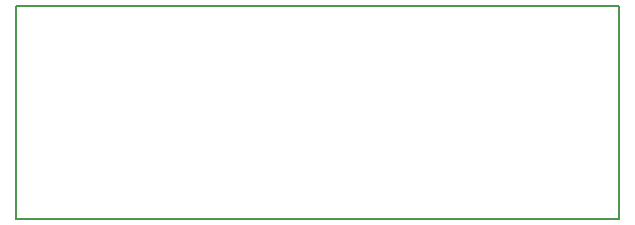
<source format=gm1>
G04 #@! TF.FileFunction,Profile,NP*
%FSLAX46Y46*%
G04 Gerber Fmt 4.6, Leading zero omitted, Abs format (unit mm)*
G04 Created by KiCad (PCBNEW 4.0.2-stable) date 5/20/2016 6:39:27 AM*
%MOMM*%
G01*
G04 APERTURE LIST*
%ADD10C,0.100000*%
%ADD11C,0.150000*%
G04 APERTURE END LIST*
D10*
D11*
X129032000Y-99314000D02*
X129032000Y-81280000D01*
X180086000Y-99314000D02*
X129032000Y-99314000D01*
X180086000Y-81280000D02*
X180086000Y-99314000D01*
X129032000Y-81280000D02*
X180086000Y-81280000D01*
M02*

</source>
